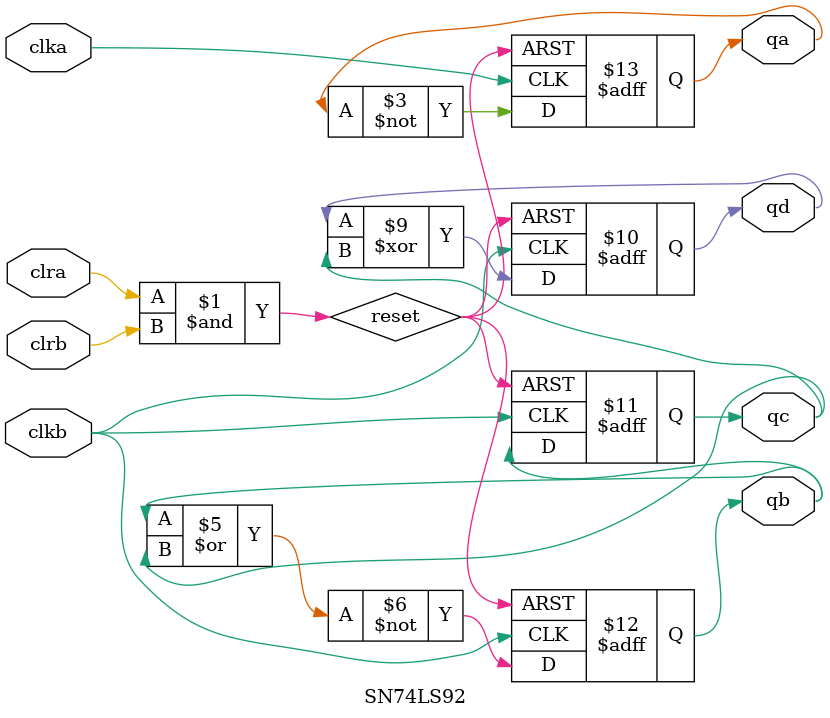
<source format=v>
module SN74LS92(
	input			clkb,		//01
	input			clra,		//06
	input			clrb,		//07
	output reg	qd,		//08
	output reg	qc,		//09
	output reg	qa,		//12
	output reg	qb,		//13
	input			clka		//14
);

wire	reset;
assign	reset = clra & clrb;

always@(negedge clka or posedge reset)
begin
if (reset)
	begin
	qa <= 0;
	end
else
	begin
	qa <= ~qa;
	end
end

always@(negedge clkb or posedge reset)
begin
if (reset)
	begin
	qb <= 0;
	end
else
	begin
	qb <= ~(qb | qc);
	end
end

always@(negedge clkb or posedge reset)
begin
if (reset)
	begin
	qc <= 0;
	end
else
	begin
	qc <= qb;
	end
end

always@(negedge clkb or posedge reset)
begin
if (reset)
	begin
	qd <= 0;
	end
else
	begin
	qd <= qd ^ qc;
	end
end

endmodule

</source>
